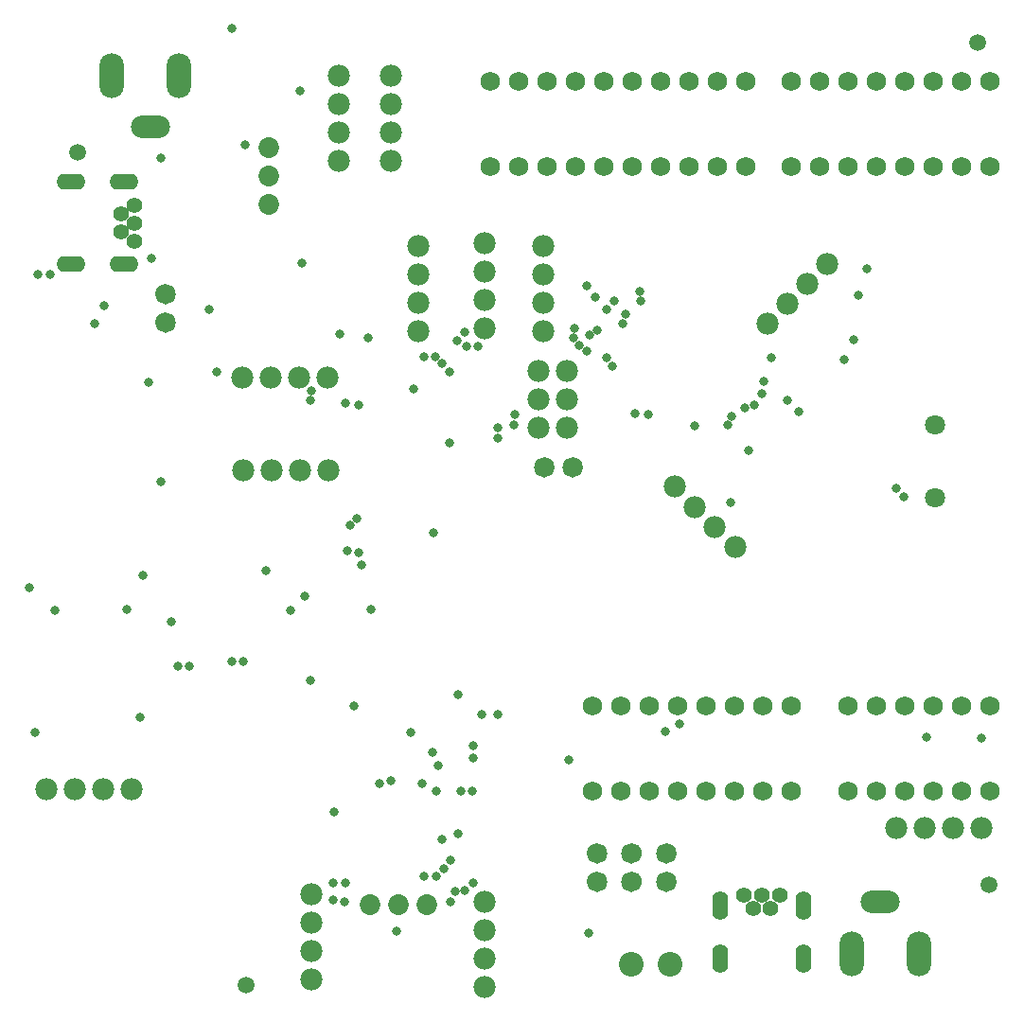
<source format=gbs>
G04*
G04 #@! TF.GenerationSoftware,Altium Limited,Altium Designer,21.1.1 (26)*
G04*
G04 Layer_Color=16711935*
%FSLAX25Y25*%
%MOIN*%
G70*
G04*
G04 #@! TF.SameCoordinates,EDDA1932-7B83-4B75-B1E8-7C0ED368C603*
G04*
G04*
G04 #@! TF.FilePolarity,Negative*
G04*
G01*
G75*
%ADD45C,0.00000*%
%ADD65C,0.07800*%
%ADD66C,0.07178*%
%ADD67O,0.08674X0.15761*%
%ADD68O,0.13792X0.07887*%
%ADD69C,0.07296*%
%ADD70C,0.08674*%
%ADD71C,0.06800*%
%ADD72O,0.05524X0.10249*%
%ADD73C,0.05524*%
%ADD74C,0.07099*%
%ADD75O,0.10249X0.05524*%
%ADD76C,0.03300*%
%ADD77C,0.05906*%
D45*
X207390Y55500D02*
G03*
X207390Y55500I-3390J0D01*
G01*
Y45500D02*
G03*
X207390Y45500I-3390J0D01*
G01*
X231890Y55500D02*
G03*
X231890Y55500I-3390J0D01*
G01*
Y45500D02*
G03*
X231890Y45500I-3390J0D01*
G01*
X219640D02*
G03*
X219640Y45500I-3390J0D01*
G01*
Y55500D02*
G03*
X219640Y55500I-3390J0D01*
G01*
X55390Y242500D02*
G03*
X55390Y242500I-3390J0D01*
G01*
Y252500D02*
G03*
X55390Y252500I-3390J0D01*
G01*
X198890Y191500D02*
G03*
X198890Y191500I-3390J0D01*
G01*
X188890D02*
G03*
X188890Y191500I-3390J0D01*
G01*
D65*
X99000Y223000D02*
D03*
X109000D02*
D03*
X79000D02*
D03*
X89000D02*
D03*
X99500Y190500D02*
D03*
X109500D02*
D03*
X79500D02*
D03*
X89500D02*
D03*
X20000Y78000D02*
D03*
X10000D02*
D03*
X40000D02*
D03*
X30000D02*
D03*
X103500Y31000D02*
D03*
Y41000D02*
D03*
Y11000D02*
D03*
Y21000D02*
D03*
X319500Y64500D02*
D03*
X309500D02*
D03*
X339500D02*
D03*
X329500D02*
D03*
X164500Y28500D02*
D03*
Y38500D02*
D03*
Y8500D02*
D03*
Y18500D02*
D03*
X245571Y170429D02*
D03*
X252642Y163358D02*
D03*
X231429Y184571D02*
D03*
X238500Y177500D02*
D03*
X271000Y249000D02*
D03*
X263929Y241929D02*
D03*
X285142Y263142D02*
D03*
X278071Y256071D02*
D03*
X141000Y249500D02*
D03*
Y239500D02*
D03*
Y269500D02*
D03*
Y259500D02*
D03*
X131500Y319500D02*
D03*
Y329500D02*
D03*
Y299500D02*
D03*
Y309500D02*
D03*
X113000Y319500D02*
D03*
Y329500D02*
D03*
Y299500D02*
D03*
Y309500D02*
D03*
X183500Y225500D02*
D03*
X193500D02*
D03*
X183500Y215500D02*
D03*
X193500D02*
D03*
X183500Y205500D02*
D03*
X193500D02*
D03*
X185000Y249500D02*
D03*
Y239500D02*
D03*
Y269500D02*
D03*
Y259500D02*
D03*
X164500Y250500D02*
D03*
Y240500D02*
D03*
Y270500D02*
D03*
Y260500D02*
D03*
D66*
X204000Y55500D02*
D03*
Y45500D02*
D03*
X228500Y55500D02*
D03*
Y45500D02*
D03*
X216250D02*
D03*
Y55500D02*
D03*
X52000Y242500D02*
D03*
Y252500D02*
D03*
X195500Y191500D02*
D03*
X185500D02*
D03*
D67*
X293878Y20000D02*
D03*
X317500D02*
D03*
X56622Y329500D02*
D03*
X33000D02*
D03*
D68*
X303720Y38307D02*
D03*
X46780Y311193D02*
D03*
D69*
X144000Y37500D02*
D03*
X134000D02*
D03*
X124000D02*
D03*
X88500Y304000D02*
D03*
Y294000D02*
D03*
Y284000D02*
D03*
D70*
X216110Y16500D02*
D03*
X229890D02*
D03*
D71*
X332500Y77500D02*
D03*
X342500D02*
D03*
X322500D02*
D03*
X312500D02*
D03*
X302500D02*
D03*
X292500D02*
D03*
X272500D02*
D03*
X262500D02*
D03*
X252500D02*
D03*
X242500D02*
D03*
X232500D02*
D03*
X222500D02*
D03*
X212500D02*
D03*
X202500D02*
D03*
X272500Y107500D02*
D03*
X262500D02*
D03*
X252500D02*
D03*
X242500D02*
D03*
X232500D02*
D03*
X222500D02*
D03*
X212500D02*
D03*
X202500D02*
D03*
X342500D02*
D03*
X332500D02*
D03*
X322500D02*
D03*
X312500D02*
D03*
X302500D02*
D03*
X292500D02*
D03*
X256500Y327500D02*
D03*
X246500D02*
D03*
X236500D02*
D03*
X226500D02*
D03*
X216500D02*
D03*
X206500D02*
D03*
X196500D02*
D03*
X186500D02*
D03*
X176500D02*
D03*
X166500D02*
D03*
X256500Y297500D02*
D03*
X246500D02*
D03*
X236500D02*
D03*
X226500D02*
D03*
X216500D02*
D03*
X206500D02*
D03*
X196500D02*
D03*
X186500D02*
D03*
X176500D02*
D03*
X166500D02*
D03*
X342500D02*
D03*
X332500D02*
D03*
X322500D02*
D03*
X312500D02*
D03*
X302500D02*
D03*
X292500D02*
D03*
X282500D02*
D03*
X272500D02*
D03*
Y327500D02*
D03*
X282500D02*
D03*
X292500D02*
D03*
X302500D02*
D03*
X312500D02*
D03*
X322500D02*
D03*
X332500D02*
D03*
X342500D02*
D03*
D72*
X276645Y18375D02*
D03*
Y37075D02*
D03*
X247355D02*
D03*
Y18375D02*
D03*
D73*
X255780Y40625D02*
D03*
X258928Y35886D02*
D03*
X265228D02*
D03*
X262078Y40625D02*
D03*
X268377D02*
D03*
X41125Y271123D02*
D03*
Y277421D02*
D03*
X36386Y274272D02*
D03*
Y280572D02*
D03*
X41125Y283720D02*
D03*
D74*
X323000Y180705D02*
D03*
Y206295D02*
D03*
D75*
X18875Y292145D02*
D03*
X37575D02*
D03*
Y262855D02*
D03*
X18875D02*
D03*
D76*
X175100Y210100D02*
D03*
X169100Y201700D02*
D03*
X309500Y183900D02*
D03*
X200557Y232200D02*
D03*
X195800Y237000D02*
D03*
X197700Y234500D02*
D03*
X201500Y238000D02*
D03*
X209500Y227000D02*
D03*
X200500Y255500D02*
D03*
X210000Y250000D02*
D03*
X214000Y245500D02*
D03*
X219500Y250000D02*
D03*
X157500Y239000D02*
D03*
X162000Y234000D02*
D03*
X158000D02*
D03*
X152000Y225000D02*
D03*
X149500Y228000D02*
D03*
X143000Y230500D02*
D03*
X119500Y173500D02*
D03*
X120000Y161500D02*
D03*
X155000Y111500D02*
D03*
X87500Y155000D02*
D03*
X4000Y149000D02*
D03*
X6000Y98000D02*
D03*
X43000Y103500D02*
D03*
X160340Y88957D02*
D03*
X133340Y27957D02*
D03*
X201000Y27500D02*
D03*
X115000Y38500D02*
D03*
X115500Y45000D02*
D03*
X160500D02*
D03*
X152500Y38500D02*
D03*
X143000Y47500D02*
D03*
X152500Y53000D02*
D03*
X147500Y47500D02*
D03*
X150000Y50000D02*
D03*
X111500Y70000D02*
D03*
X111000Y45000D02*
D03*
Y39000D02*
D03*
X233000Y101000D02*
D03*
X160000Y77500D02*
D03*
X259500Y213500D02*
D03*
X262000Y217500D02*
D03*
X275020Y211020D02*
D03*
X271020Y215020D02*
D03*
X250000Y206500D02*
D03*
X256000Y212500D02*
D03*
X251500Y209500D02*
D03*
X262773Y221727D02*
D03*
X257500Y197500D02*
D03*
X217500Y210500D02*
D03*
X103500Y218500D02*
D03*
X120000Y213500D02*
D03*
X56500Y121500D02*
D03*
X79500Y123000D02*
D03*
X169000Y104500D02*
D03*
X160500Y93500D02*
D03*
X156000Y77500D02*
D03*
X131500Y81000D02*
D03*
X154000Y42000D02*
D03*
X116000Y162000D02*
D03*
X117000Y171000D02*
D03*
X121000Y157000D02*
D03*
X124500Y141500D02*
D03*
X13000Y141000D02*
D03*
X148031Y86469D02*
D03*
X96000Y141000D02*
D03*
X54000Y137000D02*
D03*
X38500Y141500D02*
D03*
X44000Y153500D02*
D03*
X101000Y146000D02*
D03*
X103000Y116500D02*
D03*
X75500Y123000D02*
D03*
X138500Y98000D02*
D03*
X60500Y121500D02*
D03*
X228000Y98500D02*
D03*
X163500Y104500D02*
D03*
X194000Y88500D02*
D03*
X142500Y80000D02*
D03*
X155000Y62500D02*
D03*
X149500Y60500D02*
D03*
X118500Y107500D02*
D03*
X312000Y181000D02*
D03*
X339500Y96000D02*
D03*
X146000Y91000D02*
D03*
X320000Y96500D02*
D03*
X157500Y42500D02*
D03*
X127500Y80000D02*
D03*
X147500Y77500D02*
D03*
X50500Y186500D02*
D03*
X70000Y225000D02*
D03*
X47000Y265000D02*
D03*
X154850Y236000D02*
D03*
X152000Y200000D02*
D03*
X139500Y219000D02*
D03*
X296000Y252000D02*
D03*
X299000Y261500D02*
D03*
X265500Y230000D02*
D03*
X291000Y229500D02*
D03*
X294500Y236500D02*
D03*
X7000Y259500D02*
D03*
X115500Y214000D02*
D03*
X103000Y215000D02*
D03*
X75500Y346000D02*
D03*
X99500Y324000D02*
D03*
X251000Y179000D02*
D03*
X146500Y168500D02*
D03*
X46000Y221500D02*
D03*
X27000Y242000D02*
D03*
X30500Y248500D02*
D03*
X11500Y259500D02*
D03*
X50500Y300500D02*
D03*
X80000Y305000D02*
D03*
X100000Y263500D02*
D03*
X123500Y237000D02*
D03*
X113500Y238500D02*
D03*
X67500Y247000D02*
D03*
X207500D02*
D03*
X204152Y239651D02*
D03*
X196000Y240500D02*
D03*
X203500Y251500D02*
D03*
X174765Y206265D02*
D03*
X169000Y205500D02*
D03*
X219000Y253500D02*
D03*
X213000Y242000D02*
D03*
X207500Y230000D02*
D03*
X238500Y206000D02*
D03*
X147000Y230500D02*
D03*
X222000Y210000D02*
D03*
D77*
X342000Y44500D02*
D03*
X80500Y9000D02*
D03*
X338000Y341000D02*
D03*
X21000Y302500D02*
D03*
M02*

</source>
